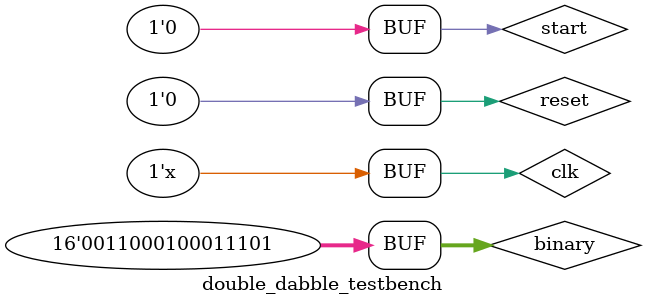
<source format=sv>
`timescale 1ns / 1ps

module double_dabble_testbench();

logic clk,reset,start,add3_0_peek;
logic [3:0] BCD4,BCD3,BCD2,BCD1,BCD0;
logic [15:0] binary;
logic [35:0] scratch_peek;

double_dabble_16bit dut(.clk(clk),.reset(reset),.start(start),.binary(binary),.BCD4(BCD4),.BCD3(BCD3),.BCD2(BCD2),.BCD1(BCD1),.BCD0(BCD0),.scratch_peek(scratch_peek),.add3_0_peek(add3_0_peek));

always #1 clk = ~clk;
initial begin
    clk=1;
    reset=1;
    binary = 16'd12573;
    start = 1;
    #3 reset= 0;
    #2 start = 0;
    end

endmodule

</source>
